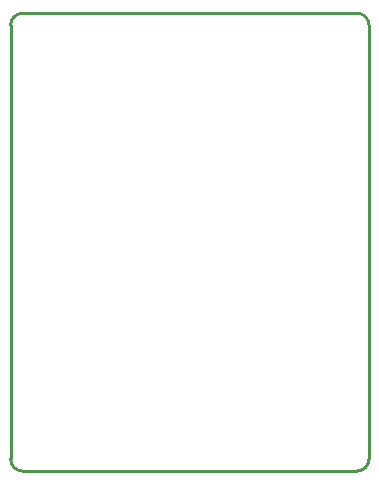
<source format=gko>
G04 Layer_Color=16711935*
%FSLAX44Y44*%
%MOMM*%
G71*
G01*
G75*
%ADD46C,0.2540*%
D46*
X0Y10000D02*
G03*
X10000Y0I10000J0D01*
G01*
X293500D02*
G03*
X303500Y10000I0J10000D01*
G01*
X10000Y387500D02*
G03*
X-0Y377500I0J-10000D01*
G01*
X303500Y377500D02*
G03*
X293500Y387500I-10000J0D01*
G01*
X10000Y0D02*
X293500D01*
X0Y10000D02*
Y377500D01*
X303500Y10000D02*
Y377500D01*
X10000Y387500D02*
X293500D01*
M02*

</source>
